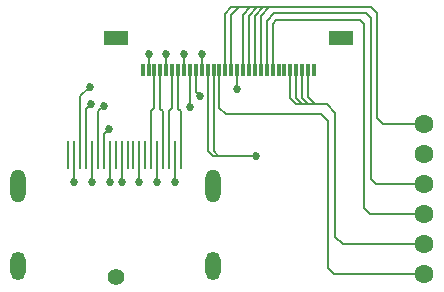
<source format=gtl>
G04 #@! TF.FileFunction,Copper,L1,Top,Signal*
%FSLAX46Y46*%
G04 Gerber Fmt 4.6, Leading zero omitted, Abs format (unit mm)*
G04 Created by KiCad (PCBNEW 4.0.7) date 09/03/18 02:09:11*
%MOMM*%
%LPD*%
G01*
G04 APERTURE LIST*
%ADD10C,0.100000*%
%ADD11R,0.280000X2.400000*%
%ADD12O,1.300000X2.800000*%
%ADD13O,1.300000X2.400000*%
%ADD14C,1.400000*%
%ADD15C,1.602000*%
%ADD16R,2.000000X1.300000*%
%ADD17R,0.300000X1.000000*%
%ADD18C,0.685800*%
%ADD19C,0.152400*%
G04 APERTURE END LIST*
D10*
D11*
X129900000Y-104820000D03*
X129400000Y-104820000D03*
X128900000Y-104820000D03*
X128400000Y-104820000D03*
X127900000Y-104820000D03*
X120400000Y-104820000D03*
X120900000Y-104820000D03*
X121400000Y-104820000D03*
X121900000Y-104820000D03*
X122400000Y-104820000D03*
X122900000Y-104820000D03*
X123400000Y-104820000D03*
X123900000Y-104820000D03*
X127400000Y-104820000D03*
X126900000Y-104820000D03*
X126400000Y-104820000D03*
X125900000Y-104820000D03*
X125400000Y-104820000D03*
X124900000Y-104820000D03*
D12*
X116150000Y-107420000D03*
D13*
X116150000Y-114200000D03*
D14*
X124400000Y-115100000D03*
D13*
X132650000Y-114200000D03*
D12*
X132650000Y-107420000D03*
D11*
X124400000Y-104820000D03*
D15*
X150500000Y-102200000D03*
X150500000Y-104740000D03*
X150500000Y-107280000D03*
X150500000Y-109820000D03*
X150500000Y-112360000D03*
X150500000Y-114900000D03*
D16*
X124385000Y-94900000D03*
D17*
X141185000Y-97600000D03*
X140685000Y-97600000D03*
X140185000Y-97600000D03*
X139685000Y-97600000D03*
X139185000Y-97600000D03*
X138685000Y-97600000D03*
X138185000Y-97600000D03*
X137685000Y-97600000D03*
X137185000Y-97600000D03*
X136685000Y-97600000D03*
X136185000Y-97600000D03*
X135685000Y-97600000D03*
X135185000Y-97600000D03*
X134685000Y-97600000D03*
X134185000Y-97600000D03*
X133685000Y-97600000D03*
X133185000Y-97600000D03*
X132685000Y-97600000D03*
X132185000Y-97600000D03*
X131685000Y-97600000D03*
X131185000Y-97600000D03*
X130685000Y-97600000D03*
X130185000Y-97600000D03*
X129685000Y-97600000D03*
X129185000Y-97600000D03*
X128685000Y-97600000D03*
X128185000Y-97600000D03*
X127685000Y-97600000D03*
X127185000Y-97600000D03*
X126685000Y-97600000D03*
D16*
X143485000Y-94900000D03*
D18*
X131700000Y-96200000D03*
X130200000Y-96200000D03*
X128700000Y-96200000D03*
X127200000Y-96200000D03*
X120900000Y-107100000D03*
X122400000Y-107100000D03*
X123800000Y-102600000D03*
X123900000Y-107100000D03*
X124900000Y-107100000D03*
X126400000Y-107100000D03*
X127900000Y-107100000D03*
X129400000Y-107100000D03*
X134700000Y-99200000D03*
X122200000Y-99000000D03*
X131500000Y-99800000D03*
X122300000Y-100500000D03*
X130700000Y-100700000D03*
X123400000Y-100600000D03*
X136300000Y-104900000D03*
D19*
X129900000Y-104820000D02*
X129900000Y-101100000D01*
X129685000Y-100885000D02*
X129685000Y-97600000D01*
X129900000Y-101100000D02*
X129685000Y-100885000D01*
X131685000Y-97600000D02*
X131685000Y-96215000D01*
X131685000Y-96215000D02*
X131700000Y-96200000D01*
X130185000Y-97600000D02*
X130185000Y-96215000D01*
X130185000Y-96215000D02*
X130200000Y-96200000D01*
X128685000Y-97600000D02*
X128685000Y-96215000D01*
X128685000Y-96215000D02*
X128700000Y-96200000D01*
X127185000Y-97600000D02*
X127185000Y-96215000D01*
X127185000Y-96215000D02*
X127200000Y-96200000D01*
X120900000Y-104820000D02*
X120900000Y-107100000D01*
X122400000Y-104820000D02*
X122400000Y-107100000D01*
X123400000Y-104820000D02*
X123400000Y-103000000D01*
X123400000Y-103000000D02*
X123800000Y-102600000D01*
X123900000Y-104820000D02*
X123900000Y-107100000D01*
X124900000Y-104820000D02*
X124900000Y-107100000D01*
X126400000Y-104820000D02*
X126400000Y-107100000D01*
X127900000Y-104820000D02*
X127900000Y-107100000D01*
X129400000Y-104820000D02*
X129400000Y-107100000D01*
X128900000Y-104820000D02*
X128900000Y-101100000D01*
X129185000Y-100815000D02*
X129185000Y-97600000D01*
X128900000Y-101100000D02*
X129185000Y-100815000D01*
X128400000Y-104820000D02*
X128400000Y-101100000D01*
X128185000Y-100885000D02*
X128185000Y-97600000D01*
X128400000Y-101100000D02*
X128185000Y-100885000D01*
X121400000Y-104820000D02*
X121400000Y-99800000D01*
X134685000Y-99185000D02*
X134685000Y-97600000D01*
X134700000Y-99200000D02*
X134685000Y-99185000D01*
X121400000Y-99800000D02*
X122200000Y-99000000D01*
X121900000Y-104820000D02*
X121900000Y-100900000D01*
X131185000Y-99485000D02*
X131185000Y-97600000D01*
X131500000Y-99800000D02*
X131185000Y-99485000D01*
X121900000Y-100900000D02*
X122300000Y-100500000D01*
X122900000Y-104820000D02*
X122900000Y-101100000D01*
X130685000Y-100685000D02*
X130685000Y-97600000D01*
X130700000Y-100700000D02*
X130685000Y-100685000D01*
X122900000Y-101100000D02*
X123400000Y-100600000D01*
X127400000Y-104820000D02*
X127400000Y-101100000D01*
X127685000Y-100815000D02*
X127685000Y-97600000D01*
X127400000Y-101100000D02*
X127685000Y-100815000D01*
X136685000Y-97600000D02*
X136685000Y-93015000D01*
X136685000Y-93015000D02*
X137400000Y-92300000D01*
X136185000Y-97600000D02*
X136185000Y-93015000D01*
X136185000Y-93015000D02*
X136900000Y-92300000D01*
X135685000Y-97600000D02*
X135685000Y-93015000D01*
X135685000Y-93015000D02*
X136400000Y-92300000D01*
X135185000Y-97600000D02*
X135185000Y-92915000D01*
X135185000Y-92915000D02*
X135800000Y-92300000D01*
X134185000Y-97600000D02*
X134185000Y-92915000D01*
X134185000Y-92915000D02*
X134800000Y-92300000D01*
X133685000Y-97600000D02*
X133685000Y-92815000D01*
X147000000Y-102200000D02*
X150500000Y-102200000D01*
X146500000Y-101700000D02*
X147000000Y-102200000D01*
X146500000Y-92800000D02*
X146500000Y-101700000D01*
X146000000Y-92300000D02*
X146500000Y-92800000D01*
X134200000Y-92300000D02*
X134800000Y-92300000D01*
X134800000Y-92300000D02*
X135800000Y-92300000D01*
X135800000Y-92300000D02*
X136400000Y-92300000D01*
X136400000Y-92300000D02*
X136900000Y-92300000D01*
X136900000Y-92300000D02*
X137400000Y-92300000D01*
X137400000Y-92300000D02*
X146000000Y-92300000D01*
X133685000Y-92815000D02*
X134200000Y-92300000D01*
X132685000Y-97600000D02*
X132685000Y-104485000D01*
X132685000Y-104485000D02*
X133100000Y-104900000D01*
X132185000Y-97600000D02*
X132185000Y-104485000D01*
X132600000Y-104900000D02*
X133100000Y-104900000D01*
X133100000Y-104900000D02*
X136300000Y-104900000D01*
X132185000Y-104485000D02*
X132600000Y-104900000D01*
X137185000Y-97600000D02*
X137185000Y-93415000D01*
X146480000Y-107280000D02*
X150500000Y-107280000D01*
X146000000Y-106800000D02*
X146480000Y-107280000D01*
X146000000Y-93200000D02*
X146000000Y-106800000D01*
X145600000Y-92800000D02*
X146000000Y-93200000D01*
X137800000Y-92800000D02*
X145600000Y-92800000D01*
X137185000Y-93415000D02*
X137800000Y-92800000D01*
X137685000Y-97600000D02*
X137685000Y-93715000D01*
X145920000Y-109820000D02*
X150500000Y-109820000D01*
X145400000Y-109300000D02*
X145920000Y-109820000D01*
X145400000Y-93700000D02*
X145400000Y-109300000D01*
X145100000Y-93400000D02*
X145400000Y-93700000D01*
X138000000Y-93400000D02*
X145100000Y-93400000D01*
X137685000Y-93715000D02*
X138000000Y-93400000D01*
X140685000Y-97600000D02*
X140685000Y-99885000D01*
X140685000Y-99885000D02*
X141300000Y-100500000D01*
X140185000Y-97600000D02*
X140185000Y-99985000D01*
X140185000Y-99985000D02*
X140700000Y-100500000D01*
X139685000Y-97600000D02*
X139685000Y-99985000D01*
X139685000Y-99985000D02*
X140200000Y-100500000D01*
X139185000Y-97600000D02*
X139185000Y-99985000D01*
X143660000Y-112360000D02*
X150500000Y-112360000D01*
X143000000Y-111700000D02*
X143660000Y-112360000D01*
X143000000Y-101200000D02*
X143000000Y-111700000D01*
X142300000Y-100500000D02*
X143000000Y-101200000D01*
X139700000Y-100500000D02*
X140200000Y-100500000D01*
X140200000Y-100500000D02*
X140700000Y-100500000D01*
X140700000Y-100500000D02*
X141300000Y-100500000D01*
X141300000Y-100500000D02*
X142300000Y-100500000D01*
X139185000Y-99985000D02*
X139700000Y-100500000D01*
X133185000Y-97600000D02*
X133185000Y-100785000D01*
X142900000Y-114900000D02*
X150500000Y-114900000D01*
X142400000Y-114400000D02*
X142900000Y-114900000D01*
X142400000Y-101900000D02*
X142400000Y-114400000D01*
X141800000Y-101300000D02*
X142400000Y-101900000D01*
X133700000Y-101300000D02*
X141800000Y-101300000D01*
X133185000Y-100785000D02*
X133700000Y-101300000D01*
M02*

</source>
